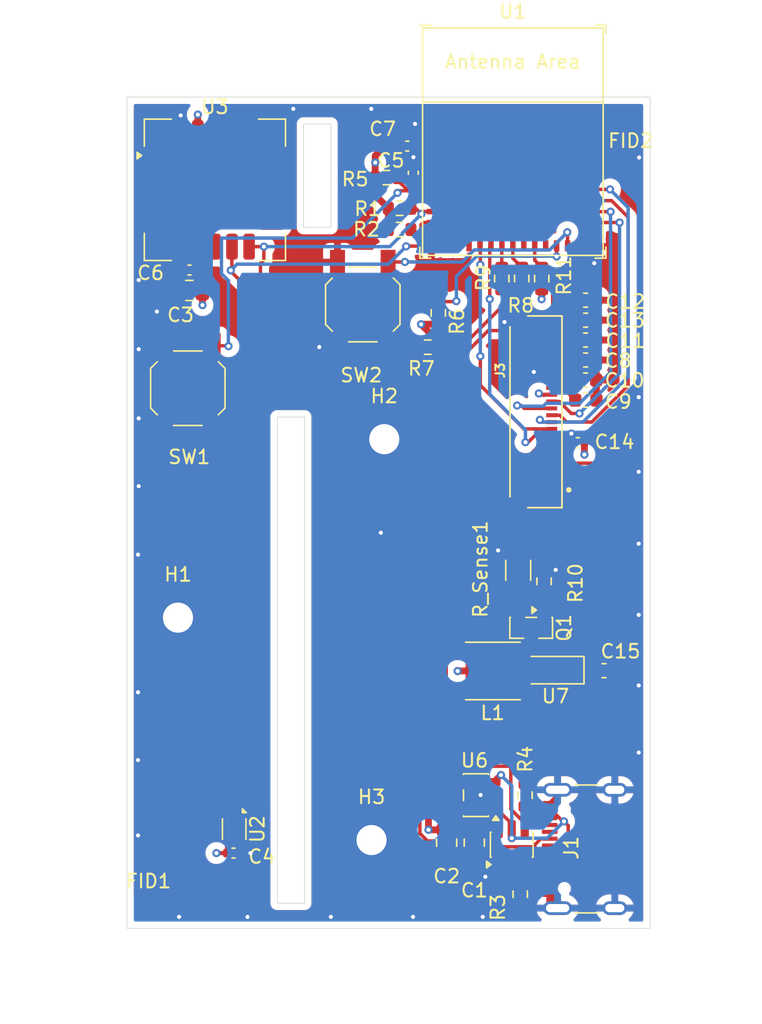
<source format=kicad_pcb>
(kicad_pcb (version 20241229) (generator "pcbnew") (generator_version "9.0")
  (layers (0 "F.Cu" signal) (4 "In1.Cu" signal) (6 "In2.Cu" signal) (2 "B.Cu" signal) (13 "F.Paste" user) (15 "B.Paste" user) (5 "F.SilkS" user "F.Silkscreen") (7 "B.SilkS" user "B.Silkscreen") (1 "F.Mask" user) (3 "B.Mask" user) (25 "Edge.Cuts" user))
  (net 0 "")
  (net 1 "GND")
  (net 2 "Net-(U4-VBUS)")
  (net 3 "+3.3V")
  (net 4 "Net-(SW1-B)")
  (net 5 "Net-(C8-Pad1)")
  (net 6 "Net-(C9-Pad2)")
  (net 7 "Net-(C10-Pad2)")
  (net 8 "Net-(C11-Pad1)")
  (net 9 "Net-(C12-Pad1)")
  (net 10 "Net-(C13-Pad2)")
  (net 11 "Net-(U7-K)")
  (net 12 "Net-(J1-CC2)")
  (net 13 "Net-(J1-D--PadA7)")
  (net 15 "Net-(J1-D+-PadA6)")
  (net 16 "Net-(J1-CC1)")
  (net 21 "Net-(Q1-G)")
  (net 22 "Net-(U1-MTDO{slash}GPIO7)")
  (net 23 "Net-(Q1-S)")
  (net 25 "Net-(U1-GPIO23)")
  (net 26 "Net-(U1-GPIO20)")
  (net 27 "Net-(U1-MTCK{slash}GPIO6{slash}ADC1_CH6)")
  (net 29 "Net-(U1-GPIO22)")
  (net 30 "Net-(U1-GPIO21)")
  (net 31 "Net-(Q1-D)")
  (net 32 "Net-(U1-MTMS{slash}GPIO4{slash}ADC1_CH4)")
  (net 33 "Net-(U1-MTDI{slash}GPIO5{slash}ADC1_CH5)")
  (net 34 "Net-(U1-GPIO8)")
  (net 35 "Net-(SW2-A)")
  (net 36 "Net-(R8-Pad2)")
  (net 37 "Net-(U1-GPIO13{slash}USB_D+)")
  (net 38 "Net-(R9-Pad2)")
  (net 39 "Net-(U1-GPIO12{slash}USB_D-)")
  (net 40 "Net-(U1-GPIO15)")
  (footprint "Resistor_SMD:R_0603_1608Metric" (layer "F.Cu") (at 207.125 35.76)
    (property "Reference" "R2")
    (property "Value" "4.7kΩ")
  )
  (footprint "MountingHole:MountingHole_2.2mm_M2_Pad" (layer "F.Cu") (at 190.92 64.1)
    (property "Reference" "H1")
    (property "Value" "MountingHole_Pad")
  )
  (footprint "FH34SRJ-24S-0.5SH_99_:HRS_FH34SRJ-24S-0.5SH_99_" (layer "F.Cu") (at 217.09 49.07 -90)
    (property "Reference" "J3")
    (property "Value" "FH34SRJ-24S-0.5SH_99_")
  )
  (footprint "Capacitor_SMD:C_0402_1005Metric" (layer "F.Cu") (at 207.68 29.67 180)
    (property "Reference" "C7")
    (property "Value" "0.1µF")
  )
  (footprint "Package_TO_SOT_SMD:SOT-23-5" (layer "F.Cu") (at 212.7025 77.0625 180)
    (property "Reference" "U6")
    (property "Value" "TLV75733PDBV")
  )
  (footprint "Capacitor_SMD:C_0603_1608Metric" (layer "F.Cu") (at 220.72 45.29)
    (property "Reference" "C11")
    (property "Value" "1µF 50V")
  )
  (footprint "Connector_USB:USB_C_Receptacle_GCT_USB4105-xx-A_16P_TopMnt_Horizontal" (layer "F.Cu") (at 221.775 80.99 90)
    (property "Reference" "J1")
    (property "Value" "USB_C_Receptacle_USB2.0_16P")
  )
  (footprint "Capacitor_SMD:C_0805_2012Metric" (layer "F.Cu") (at 191.75 40.21 180)
    (property "Reference" "C3")
    (property "Value" "22µF")
  )
  (footprint "Package_TO_SOT_SMD:SOT-23" (layer "F.Cu") (at 216.74 64.845 -90)
    (property "Reference" "Q1")
    (property "Value" "AO3400A")
  )
  (footprint "MountingHole:MountingHole_2.2mm_M2_Pad" (layer "F.Cu") (at 206 51.07)
    (property "Reference" "H2")
    (property "Value" "MountingHole_Pad")
  )
  (footprint "PCM_Espressif:ESP32-C6-MINI-1" (layer "F.Cu") (at 215.4 29.35)
    (property "Reference" "U1")
    (property "Value" "ESP32-C6-MINI-1/U")
  )
  (footprint "Capacitor_SMD:C_0402_1005Metric" (layer "F.Cu") (at 208.12 31.62 -90)
    (property "Reference" "C5")
    (property "Value" "1µF")
  )
  (footprint "Capacitor_SMD:C_0603_1608Metric" (layer "F.Cu") (at 222.065 67.9725 180)
    (property "Reference" "C15")
    (property "Value" "1µF 50V")
  )
  (footprint "Capacitor_SMD:C_0402_1005Metric" (layer "F.Cu") (at 194.98 81.29 180)
    (property "Reference" "C4")
    (property "Value" "0.1µF")
  )
  (footprint "Capacitor_SMD:C_0805_2012Metric" (layer "F.Cu") (at 212.58 80.53 -90)
    (property "Reference" "C1")
    (property "Value" "10µF")
  )
  (footprint "Capacitor_SMD:C_0402_1005Metric" (layer "F.Cu") (at 191.76 38.72 180)
    (property "Reference" "C6")
    (property "Value" "0.1µF")
  )
  (footprint "Resistor_SMD:R_1206_3216Metric" (layer "F.Cu") (at 215.79 60.6425 -90)
    (property "Reference" "R_Sense1")
    (property "Value" "0.47Ω")
  )
  (footprint "MountingHole:MountingHole_2.2mm_M2_Pad" (layer "F.Cu") (at 205.07 80.34)
    (property "Reference" "H3")
    (property "Value" "MountingHole_Pad")
  )
  (footprint "Sensor_Humidity:Sensirion_DFN-4_1.5x1.5mm_P0.8mm_SHT4x_NoCentralPad" (layer "F.Cu") (at 195.03 79.54 -90)
    (property "Reference" "U2")
    (property "Value" "SHT4x")
  )
  (footprint "Package_TO_SOT_SMD:SOT-23-6" (layer "F.Cu") (at 215.3175 80.68 90)
    (property "Reference" "U4" (hide yes))
    (property "Value" "USBLC6-2SC6")
  )
  (footprint "Resistor_SMD:R_0603_1608Metric" (layer "F.Cu") (at 215.94 84.295 90)
    (property "Reference" "R3")
    (property "Value" "5.1kΩ")
  )
  (footprint "Capacitor_SMD:C_0603_1608Metric" (layer "F.Cu") (at 220.735 48.22 180)
    (property "Reference" "C9")
    (property "Value" "1µF 50V")
  )
  (footprint "Sensor:Sensirion_SCD4x-1EP_10.1x10.1mm_P1.25mm_EP4.8x4.8mm" (layer "F.Cu") (at 193.62 32.86)
    (property "Reference" "U3")
    (property "Value" "SCD43-D-R2")
  )
  (footprint "Resistor_SMD:R_0603_1608Metric" (layer "F.Cu") (at 209.175 44.35)
    (property "Reference" "R7")
    (property "Value" "10kΩ")
  )
  (footprint "Fiducial:Fiducial_1mm_Mask2mm" (layer "F.Cu") (at 188.72 85.26)
    (property "Reference" "FID1")
    (property "Value" "Fiducial")
  )
  (footprint "Resistor_SMD:R_0603_1608Metric" (layer "F.Cu") (at 214.59 39.34 -90)
    (property "Reference" "R9")
    (property "Value" "22Ω")
  )
  (footprint "Capacitor_SMD:C_0603_1608Metric" (layer "F.Cu") (at 220.72 46.75)
    (property "Reference" "C8")
    (property "Value" "1µF 50V")
  )
  (footprint "Capacitor_SMD:C_0603_1608Metric" (layer "F.Cu") (at 220.72 43.83 180)
    (property "Reference" "C10")
    (property "Value" "1µF 50V")
  )
  (footprint "Capacitor_SMD:C_0603_1608Metric" (layer "F.Cu") (at 220.72 42.378112)
    (property "Reference" "C12")
    (property "Value" "1µF 50V")
  )
  (footprint "Resistor_SMD:R_0603_1608Metric" (layer "F.Cu") (at 217.68 61.4425 -90)
    (property "Reference" "R10")
    (property "Value" "100kΩ")
  )
  (footprint "Resistor_SMD:R_0603_1608Metric" (layer "F.Cu") (at 216.05 39.335 -90)
    (property "Reference" "R8")
    (property "Value" "22Ω")
  )
  (footprint "Button_Switch_SMD:SW_SPST_SKQG_WithoutStem" (layer "F.Cu") (at 191.64 47.35 90)
    (property "Reference" "SW1")
    (property "Value" "SW_SPST")
  )
  (footprint "Resistor_SMD:R_0603_1608Metric" (layer "F.Cu") (at 217.51 39.34 -90)
    (property "Reference" "R11")
    (property "Value" "10kΩ")
  )
  (footprint "Button_Switch_SMD:SW_SPST_SKQG_WithoutStem" (layer "F.Cu") (at 204.43 41.24 -90)
    (property "Reference" "SW2")
    (property "Value" "SW_SPST")
  )
  (footprint "Capacitor_SMD:C_0402_1005Metric" (layer "F.Cu") (at 220.15 51.32)
    (property "Reference" "C14")
    (property "Value" "0.1µF")
  )
  (footprint "Fiducial:Fiducial_1mm_Mask2mm" (layer "F.Cu") (at 224.11 27.4)
    (property "Reference" "FID2")
    (property "Value" "Fiducial")
  )
  (footprint "Resistor_SMD:R_0603_1608Metric" (layer "F.Cu") (at 206.16 31.97)
    (property "Reference" "R5")
    (property "Value" "10kΩ")
  )
  (footprint "Resistor_SMD:R_0603_1608Metric" (layer "F.Cu") (at 207.125 34.21)
    (property "Reference" "R1")
    (property "Value" "4.7kΩ")
  )
  (footprint "Resistor_SMD:R_0603_1608Metric" (layer "F.Cu") (at 209.95 41.85 -90)
    (property "Reference" "R6")
    (property "Value" "10kΩ")
  )
  (footprint "Diode_SMD:D_SOD-123F" (layer "F.Cu") (at 218.39 67.9325 180)
    (property "Reference" "U7")
    (property "Value" "SS2040FL")
  )
  (footprint "Resistor_SMD:R_0603_1608Metric" (layer "F.Cu") (at 216.29 77.065 -90)
    (property "Reference" "R4")
    (property "Value" "5.1kΩ")
  )
  (footprint "Inductor_SMD:L_Taiyo-Yuden_NR-40xx" (layer "F.Cu") (at 213.942583 67.9925)
    (property "Reference" "L1")
    (property "Value" "10µH")
  )
  (footprint "Capacitor_SMD:C_0805_2012Metric" (layer "F.Cu") (at 210.56 80.53 -90)
    (property "Reference" "C2")
    (property "Value" "10µF")
  )
  (footprint "Capacitor_SMD:C_0603_1608Metric" (layer "F.Cu") (at 220.72 40.92 180)
    (property "Reference" "C13")
    (property "Value" "1µF 50V")
  )
  (gr_rect (start 200.1 28.06) (end 202.1 35.61) (stroke (width 0.05)) (fill no) (layer "Edge.Cuts"))
  (gr_rect (start 198.18 49.45) (end 200.18 84.95) (stroke (width 0.05)) (fill no) (layer "Edge.Cuts"))
  (gr_rect (start 187.19 26.09) (end 225.43 86.79) (stroke (width 0.05)) (fill no) (layer "Edge.Cuts"))
  (segment (start 212.2 36) (end 212.2 36.95) (width 0.25) (layer "F.Cu") (net 1))
  (segment (start 213.84 77.0625) (end 213.0525 77.0625) (width 0.25) (layer "F.Cu") (net 1))
  (segment (start 209.5 36.05) (end 209.5 36.95) (width 0.25) (layer "F.Cu") (net 1))
  (segment (start 219.67 50.77) (end 219.67 51.32) (width 0.5) (layer "F.Cu") (net 1))
  (segment (start 218.67 85.31) (end 218.67 84.765) (width 0.5) (layer "F.Cu") (net 1))
  (segment (start 208.12 31.14) (end 208.12 30.49) (width 0.5) (layer "F.Cu") (net 1))
  (segment (start 209.5 27.156) (end 209.5 28.05) (width 0.25) (layer "F.Cu") (net 1))
  (segment (start 220.2 27.15) (end 221.306 27.15) (width 0.25) (layer "F.Cu") (net 1))
  (segment (start 217.68 60.6175) (end 218.3675 60.6175) (width 0.25) (layer "F.Cu") (net 1))
  (segment (start 215.4 27.15) (end 215.4 30.075) (width 0.25) (layer "F.Cu") (net 1))
  (segment (start 217.375 34.025) (end 217.375 30.075) (width 0.25) (layer "F.Cu") (net 1))
  (segment (start 212.2 35.25) (end 212.2 36) (width 0.25) (layer "F.Cu") (net 1))
  (segment (start 202.58 44.34) (end 201.25 44.34) (width 0.25) (layer "F.Cu") (net 1))
  (segment (start 220.2 27.15) (end 209.494 27.15) (width 0.25) (layer "F.Cu") (net 1))
  (segment (start 222.85 67.9825) (end 222.85 76.67) (width 0.5) (layer "F.Cu") (net 1))
  (segment (start 218.67 84.765) (end 218.095 84.19) (width 0.5) (layer "F.Cu") (net 1))
  (segment (start 216.29 76.24) (end 216.29 75.16) (width 0.25) (layer "F.Cu") (net 1))
  (segment (start 215.74 55.82) (end 215.74 53.118) (width 0.25) (layer "F.Cu") (net 1))
  (segment (start 215.74 53.118) (end 217.538 51.32) (width 0.25) (layer "F.Cu") (net 1))
  (segment (start 189.79 44.25) (end 189.41 43.87) (width 0.25) (layer "F.Cu") (net 1))
  (segment (start 195.46 80.27) (end 195.43 80.24) (width 0.25) (layer "F.Cu") (net 1))
  (segment (start 208.12 30.49) (end 208.13 30.48) (width 0.25) (layer "F.Cu") (net 1))
  (segment (start 218.67 77.215) (end 218.095 77.79) (width 0.5) (layer "F.Cu") (net 1))
  (segment (start 221.505 37.155) (end 221.35 37) (width 0.25) (layer "F.Cu") (net 1))
  (segment (start 215.3175 81.8175) (end 215.13 82.005) (width 0.25) (layer "F.Cu") (net 1))
  (segment (start 213.39 83.02) (end 213.44 83.07) (width 0.25) (layer "F.Cu") (net 1))
  (segment (start 215.78 59.19) (end 215.79 59.18) (width 0.25) (layer "F.Cu") (net 1))
  (segment (start 209.5 36.05) (end 212.15 36.05) (width 0.25) (layer "F.Cu") (net 1))
  (segment (start 212.17 83.09) (end 213.32 83.09) (width 0.5) (layer "F.Cu") (net 1))
  (segment (start 215.74 56.08) (end 215.79 56.13) (width 0.25) (layer "F.Cu") (net 1))
  (segment (start 191.12 37.01) (end 191.12 38.56) (width 0.5) (layer "F.Cu") (net 1))
  (segment (start 195.46 81.29) (end 196.22 81.29) (width 0.25) (layer "F.Cu") (net 1))
  (segment (start 216.97 46.22) (end 217.408316 46.658316) (width 0.25) (layer "F.Cu") (net 1))
  (segment (start 191.12 28.71) (end 191.12 27.43) (width 0.25) (layer "F.Cu") (net 1))
  (segment (start 217.375 32.05) (end 215.4 32.05) (width 0.25) (layer "F.Cu") (net 1))
  (segment (start 189.41 41.78) (end 189.38 41.75) (width 0.25) (layer "F.Cu") (net 1))
  (segment (start 207.2 29.67) (end 207.2 29.979999) (width 0.25) (layer "F.Cu") (net 1))
  (segment (start 210.56 81.48) (end 212.17 83.09) (width 0.5) (layer "F.Cu") (net 1))
  (segment (start 218.67 75.23) (end 218.67 76.67) (width 0.25) (layer "F.Cu") (net 1))
  (segment (start 213.32 83.09) (end 213.39 83.02) (width 0.5) (layer "F.Cu") (net 1))
  (segment (start 202.58 38.14) (end 202.58 41.08) (width 0.25) (layer "F.Cu") (net 1))
  (segment (start 222.84 67.9725) (end 222.85 67.9825) (width 0.25) (layer "F.Cu") (net 1))
  (segment (start 209.5 28.05) (end 208.25 28.05) (width 0.25) (layer "F.Cu") (net 1))
  (segment (start 214.79 42.515) (end 214.985 42.32) (width 0.25) (layer "F.Cu") (net 1))
  (segment (start 191.28 39.73) (end 190.8 40.21) (width 0.25) (layer "F.Cu") (net 1))
  (segment (start 213.44 83.07) (end 214.73 83.07) (width 0.25) (layer "F.Cu") (net 1))
  (segment (start 214.985 42.32) (end 215.74 42.32) (width 0.25) (layer "F.Cu") (net 1))
  (segment (start 221.495 40.92) (end 221.495 38.365) (width 0.25) (layer "F.Cu") (net 1))
  (segment (start 218.3675 60.6175) (end 218.37 60.62) (width 0.25) (layer "F.Cu") (net 1))
  (segment (start 221.51 48.36) (end 221.51 41.075) (width 0.25) (layer "F.Cu") (net 1))
  (segment (start 189.79 44.25) (end 189.79 50.45) (width 0.25) (layer "F.Cu") (net 1))
  (segment (start 215.3175 82.4825) (end 215.3175 81.8175) (width 0.25) (layer "F.Cu") (net 1))
  (segment (start 217.195 84.2) (end 218.085 84.2) (width 0.25) (layer "F.Cu") (net 1))
  (segment (start 209.5 36.95) (end 209.45 37) (width 0.25) (layer "F.Cu") (net 1))
  (segment (start 191.28 38.72) (end 191.28 39.73) (width 0.5) (layer "F.Cu") (net 1))
  (segment (start 209.494 27.15) (end 209.5 27.156) (width 0.25) (layer "F.Cu") (net 1))
  (segment (start 202.58 41.08) (end 202.58 44.34) (width 0.25) (layer "F.Cu") (net 1))
  (segment (start 212.58 82.21) (end 213.39 83.02) (width 0.5) (layer "F.Cu") (net 1))
  (segment (start 215.79 56.13) (end 215.79 59.18) (width 0.25) (layer "F.Cu") (net 1))
  (segment (start 207.700001 30.48) (end 208.13 30.48) (width 0.25) (layer "F.Cu") (net 1))
  (segment (start 218.67 76.67) (end 218.67 77.215) (width 0.5) (layer "F.Cu") (net 1))
  (segment (start 217.375 34.025) (end 213.425 34.025) (width 0.25) (layer "F.Cu") (net 1))
  (segment (start 214.32 59.19) (end 215.78 59.19) (width 0.5) (layer "F.Cu") (net 1))
  (segment (start 189.41 43.87) (end 189.41 41.78) (width 0.25) (layer "F.Cu") (net 1))
  (segment (start 213.425 34.025) (end 212.2 35.25) (width 0.25) (layer "F.Cu") (net 1))
  (segment (start 195.46 81.29) (end 195.46 80.27) (width 0.25) (layer "F.Cu") (net 1))
  (segment (start 189.38 41.63) (end 189.38 41.75) (width 0.25) (layer "F.Cu") (net 1))
  (segment (start 217.408316 46.658316) (end 217.483162 46.658316) (width 0.25) (layer "F.Cu") (net 1))
  (segment (start 221.306 27.15) (end 221.35 27.106) (width 0.25) (layer "F.Cu") (net 1))
  (segment (start 191.12 38.56) (end 191.28 38.72) (width 0.25) (layer "F.Cu") (net 1))
  (segment (start 217.195 84.2) (end 216.86 84.2) (width 0.25) (layer "F.Cu") (net 1))
  (segment (start 209.5 28.85) (end 209.5 28.05) (width 0.25) (layer "F.Cu") (net 1))
  (segment (start 217.644846 46.82) (end 218.24 46.82) (width 0.25) (layer "F.Cu") (net 1))
  (segment (start 221.495 38.365) (end 221.35 38.22) (width 0.25) (layer "F.Cu") (net 1))
  (segment (start 216.86 84.2) (end 215.94 85.12) (width 0.25) (layer "F.Cu") (net 1))
  (segment (start 213.0525 77.0625) (end 213.04 77.05) (width 0.25) (layer "F.Cu") (net 1))
  (segment (start 218.6 75.16) (end 218.67 75.23) (width 0.25) (layer "F.Cu") (net 1))
  (segment (start 212.58 81.48) (end 212.58 82.21) (width 0.5) (layer "F.Cu") (net 1))
  (segment (start 212.15 36.05) (end 212.2 36) (width 0.25) (layer "F.Cu") (net 1))
  (segment (start 217.538 51.32) (end 218.24 51.32) (width 0.25) (layer "F.Cu") (net 1))
  (segment (start 207.2 29.979999) (end 207.700001 30.48) (width 0.25) (layer "F.Cu") (net 1))
  (segment (start 190.8 40.21) (end 189.38 41.63) (width 0.5) (layer "F.Cu") (net 1))
  (segment (start 213.425 30.075) (end 213.425 34.025) (width 0.25) (layer "F.Cu") (net 1))
  (segment (start 216.29 75.16) (end 218.6 75.16) (width 0.25) (layer "F.Cu") (net 1))
  (segment (start 195.43 81.26) (end 195.46 81.29) (width 0.25) (layer "F.Cu") (net 1))
  (segment (start 216.97 46.2) (end 216.97 46.22) (width 0.25) (layer "F.Cu") (net 1))
  (segment (start 221.35 37) (end 221.35 38.22) (width 0.25) (layer "F.Cu") (net 1))
  (segment (start 215.74 55.82) (end 215.74 56.08) (width 0.25) (layer "F.Cu") (net 1))
  (segment (start 219.68 50.76) (end 219.67 50.77) (width 0.5) (layer "F.Cu") (net 1))
  (segment (start 221.51 41.075) (end 221.505 41.07) (width 0.25) (layer "F.Cu") (net 1))
  (segment (start 215.4 30.075) (end 213.425 30.075) (width 0.25) (layer "F.Cu") (net 1))
  (segment (start 218.085 84.2) (end 218.095 84.19) (width 0.25) (layer "F.Cu") (net 1))
  (segment (start 217.483162 46.658316) (end 217.644846 46.82) (width 0.25) (layer "F.Cu") (net 1))
  (segment (start 214.73 83.07) (end 215.3175 82.4825) (width 0.25) (layer "F.Cu") (net 1))
  (via (at 213.39 83.02) (size 0.6) (drill 0.3) (layers "F.Cu" "B.Cu") (net 1))
  (via (at 214.79 42.515) (size 0.6) (drill 0.3) (layers "F.Cu" "B.Cu") (net 1))
  (via (at 202.1 85.95) (size 0.6) (drill 0.3) (layers "F.Cu" "B.Cu") (net 1))
  (via (at 213.04 77.05) (size 0.6) (drill 0.3) (layers "F.Cu" "B.Cu") (net 1))
  (via (at 188.05 49.55) (size 0.6) (drill 0.3) (layers "F.Cu" "B.Cu") (net 1))
  (via (at 218.53 60.61) (size 0.6) (drill 0.3) (layers "F.Cu" "B.Cu") (net 1))
  (via (at 188 59.5) (size 0.6) (drill 0.3) (layers "F.Cu" "B.Cu") (net 1))
  (via (at 214.32 59.19) (size 0.6) (drill 0.3) (layers "F.Cu" "B.Cu") (net 1))
  (via (at 188 80) (size 0.6) (drill 0.3) (layers "F.Cu" "B.Cu") (net 1))
  (via (at 189.38 41.75) (size 0.6) (drill 0.3) (layers "F.Cu" "B.Cu") (net 1))
  (via (at 201.25 44.34) (size 0.6) (drill 0.3) (layers "F.Cu" "B.Cu") (net 1))
  (via (at 224.6 73.95) (size 0.6) (drill 0.3) (layers "F.Cu" "B.Cu") (net 1))
  (via (at 196.22 81.29) (size 0.6) (drill 0.3) (layers "F.Cu" "B.Cu") (net 1))
  (via (at 188 74.5) (size 0.6) (drill 0.3) (layers "F.Cu" "B.Cu") (net 1))
  (via (at 205.05 26.95) (size 0.6) (drill 0.3) (layers "F.Cu" "B.Cu") (net 1))
  (via (at 208.25 28.05) (size 0.6) (drill 0.3) (layers "F.Cu" "B.Cu") (net 1))
  (via (at 224.6 58.7) (size 0.6) (drill 0.3) (layers "F.Cu" "B.Cu") (net 1))
  (via (at 219.68 50.66) (size 0.6) (drill 0.3) (layers "F.Cu" "B.Cu") (net 1))
  (via (at 199.35 26.95) (size 0.6) (drill 0.3) (layers "F.Cu" "B.Cu") (net 1))
  (via (at 191.12 27.43) (size 0.6) (drill 0.3) (layers "F.Cu" "B.Cu") (net 1))
  (via (at 224.6 53.45) (size 0.6) (drill 0.3) (layers "F.Cu" "B.Cu") (net 1))
  (via (at 224.6 69.05) (size 0.6) (drill 0.3) (layers "F.Cu" "B.Cu") (net 1))
  (via (at 196 85.95) (size 0.6) (drill 0.3) (layers "F.Cu" "B.Cu") (net 1))
  (via (at 208.13 30.48) (size 0.6) (drill 0.3) (layers "F.Cu" "B.Cu") (net 1))
  (via (at 224.6 48) (size 0.6) (drill 0.3) (layers "F.Cu" "B.Cu") (net 1))
  (via (at 224.63 30.5) (size 0.6) (drill 0.3) (layers "F.Cu" "B.Cu") (net 1))
  (via (at 205.75 57.9) (size 0.6) (drill 0.3) (layers "F.Cu" "B.Cu") (net 1))
  (via (at 188.05 39.45) (size 0.6) (drill 0.3) (layers "F.Cu" "B.Cu") (net 1))
  (via (at 208.1 85.95) (size 0.6) (drill 0.3) (layers "F.Cu" "B.Cu") (net 1))
  (via (at 224.6 63.9) (size 0.6) (drill 0.3) (layers "F.Cu" "B.Cu") (net 1))
  (via (at 191 85.95) (size 0.6) (drill 0.3) (layers "F.Cu" "B.Cu") (net 1))
  (via (at 221.35 38.22) (size 0.6) (drill 0.3) (layers "F.Cu" "B.Cu") (net 1))
  (via (at 188.05 54.5) (size 0.6) (drill 0.3) (layers "F.Cu" "B.Cu") (net 1))
  (via (at 188.05 44.5) (size 0.6) (drill 0.3) (layers "F.Cu" "B.Cu") (net 1))
  (via (at 216.93 46.16) (size 0.6) (drill 0.3) (layers "F.Cu" "B.Cu") (net 1))
  (via (at 213.2 85.95) (size 0.6) (drill 0.3) (layers "F.Cu" "B.Cu") (net 1))
  (via (at 188 69.55) (size 0.6) (drill 0.3) (layers "F.Cu" "B.Cu") (net 1))
  (segment (start 213.84 78.32) (end 212.58 79.58) (width 0.25) (layer "F.Cu") (net 2))
  (segment (start 215.32 80.204) (end 215.32 79.545) (width 0.25) (layer "F.Cu") (net 2))
  (segment (start 218.095 83.39) (end 218.669999 83.39) (width 0.25) (layer "F.Cu") (net 2))
  (segment (start 213.84 76.1125) (end 214.229822 76.1125) (width 0.25) (layer "F.Cu") (net 2))
  (segment (start 215.32 79.155178) (end 214.177322 78.0125) (width 0.25) (layer "F.Cu") (net 2))
  (segment (start 219.447 79.282529) (end 219.138919 78.974448) (width 0.25) (layer "F.Cu") (net 2))
  (segment (start 214.53 75.59) (end 214.3625 75.59) (width 0.25) (layer "F.Cu") (net 2))
  (segment (start 215.32 80.204) (end 215.32 79.155178) (width 0.25) (layer "F.Cu") (net 2))
  (segment (start 218.095 78.59) (end 218.668636 78.59) (width 0.25) (layer "F.Cu") (net 2))
  (segment (start 218.669999 83.39) (end 219.447 82.612999) (width 0.25) (layer "F.Cu") (net 2))
  (segment (start 214.3625 75.59) (end 213.84 76.1125) (width 0.25) (layer "F.Cu") (net 2))
  (segment (start 214.177322 78.0125) (end 213.84 78.0125) (width 0.25) (layer "F.Cu") (net 2))
  (segment (start 219.447 82.612999) (end 219.447 79.282529) (width 0.25) (layer "F.Cu") (net 2))
  (segment (start 215.32 79.545) (end 215.3175 79.5425) (width 0.25) (layer "F.Cu") (net 2))
  (segment (start 213.84 78.0125) (end 213.84 78.32) (width 0.25) (layer "F.Cu") (net 2))
  (segment (start 219.053084 78.974448) (end 219.138919 78.974448) (width 0.25) (layer "F.Cu") (net 2))
  (segment (start 218.668636 78.59) (end 219.053084 78.974448) (width 0.25) (layer "F.Cu") (net 2))
  (via (at 215.32 80.204) (size 0.6) (drill 0.3) (layers "F.Cu" "B.Cu") (net 2))
  (via (at 214.53 75.59) (size 0.6) (drill 0.3) (layers "F.Cu" "B.Cu") (net 2))
  (via (at 219.138919 78.974448) (size 0.6) (drill 0.3) (layers "F.Cu" "B.Cu") (net 2))
  (segment (start 215.32 80.204) (end 215.32 76.38) (width 0.25) (layer "B.Cu") (net 2))
  (segment (start 215.32 76.38) (end 214.53 75.59) (width 0.25) (layer "B.Cu") (net 2))
  (segment (start 214.53 75.59) (end 214.44 75.59) (width 0.25) (layer "B.Cu") (net 2))
  (segment (start 219.138919 78.974448) (end 217.909367 80.204) (width 0.25) (layer "B.Cu") (net 2))
  (segment (start 217.909367 80.204) (end 215.32 80.204) (width 0.25) (layer "B.Cu") (net 2))
  (segment (start 192.24 37.14) (end 192.37 37.01) (width 0.5) (layer "F.Cu") (net 3))
  (segment (start 209.2675 78.0125) (end 211.565 78.0125) (width 0.5) (layer "F.Cu") (net 3))
  (segment (start 208.695 42.675) (end 208.69 42.68) (width 0.5) (layer "F.Cu") (net 3))
  (segment (start 205.34 30.380318) (end 205.34 30.87) (width 0.5) (layer "F.Cu") (net 3))
  (segment (start 206.3 34.21) (end 206.3 35.76) (width 0.5) (layer "F.Cu") (net 3))
  (segment (start 217.51 40.165) (end 217.51 40.84) (width 0.5) (layer "F.Cu") (net 3))
  (segment (start 192.7 39.18) (end 192.24 38.72) (width 0.5) (layer "F.Cu") (net 3))
  (segment (start 209.95 43.94) (end 209.95 44.3) (width 0.5) (layer "F.Cu") (net 3))
  (segment (start 217.51 40.84) (end 217.5 40.85) (width 0.5) (layer "F.Cu") (net 3))
  (segment (start 209.95 44.3) (end 210 44.35) (width 0.5) (layer "F.Cu") (net 3))
  (segment (start 192.7 40.21) (end 192.7 39.18) (width 0.5) (layer "F.Cu") (net 3))
  (segment (start 220.63 51.32) (end 220.63 52.195) (width 0.5) (layer "F.Cu") (net 3))
  (segment (start 209.23 78.05) (end 209.2675 78.0125) (width 0.5) (layer "F.Cu") (net 3))
  (segment (start 192.24 38.72) (end 192.24 37.14) (width 0.5) (layer "F.Cu") (net 3))
  (segment (start 209.23 79.59) (end 209.23 78.05) (width 0.5) (layer "F.Cu") (net 3))
  (segment (start 211.3675 67.9925) (end 211.36 68) (width 0.5) (layer "F.Cu") (net 3))
  (segment (start 194.5 81.29) (end 194.5 80.37) (width 0.3) (layer "F.Cu") (net 3))
  (segment (start 208.16 29.480318) (end 207.588682 28.909) (width 0.5) (layer "F.Cu") (net 3))
  (segment (start 192.71 41.28) (end 192.71 40.22) (width 0.5) (layer "F.Cu") (net 3))
  (segment (start 208.16 29.67) (end 208.16 29.480318) (width 0.5) (layer "F.Cu") (net 3))
  (segment (start 192.37 28.71) (end 192.37 27.37) (width 0.5) (layer "F.Cu") (net 3))
  (segment (start 206.811318 28.909) (end 205.34 30.380318) (width 0.5) (layer "F.Cu") (net 3))
  (segment (start 194.5 80.37) (end 194.63 80.24) (width 0.3) (layer "F.Cu") (net 3))
  (segment (start 209.5 29.65) (end 208.18 29.65) (width 0.5) (layer "F.Cu") (net 3))
  (segment (start 207.588682 28.909) (end 206.811318 28.909) (width 0.5) (layer "F.Cu") (net 3))
  (segment (start 205.335 33.245) (end 206.3 34.21) (width 0.5) (layer "F.Cu") (net 3))
  (segment (start 217.3 47.73) (end 217.4 47.83) (width 0.3) (layer "F.Cu") (net 3))
  (segment (start 218.24 47.32) (end 218.24 47.82) (width 0.3) (layer "F.Cu") (net 3))
  (segment (start 205.335 31.97) (end 205.335 33.245) (width 0.5) (layer "F.Cu") (net 3))
  (segment (start 205.335 31.97) (end 205.335 30.875) (width 0.5) (layer "F.Cu") (net 3))
  (segment (start 210.55 79.59) (end 210.56 79.58) (width 0.5) (layer "F.Cu") (net 3))
  (segment (start 193.73 81.29) (end 193.73 81.253546) (width 0.3) (layer "F.Cu") (net 3))
  (segment (start 217.719 47.819) (end 218.24 47.819) (width 0.3) (layer "F.Cu") (net 3))
  (segment (start 217.4 47.83) (end 217.708 47.83) (width 0.3) (layer "F.Cu") (net 3))
  (segment (start 212.542583 67.9925) (end 211.3675 67.9925) (width 0.5) (layer "F.Cu") (net 3))
  (segment (start 193.73 81.29) (end 194.5 81.29) (width 0.3) (layer "F.Cu") (net 3))
  (segment (start 209.23 79.59) (end 210.55 79.59) (width 0.5) (layer "F.Cu") (net 3))
  (segment (start 208.18 29.65) (end 208.16 29.67) (width 0.5) (layer "F.Cu") (net 3))
  (segment (start 217.708 47.83) (end 217.719 47.819) (width 0.3) (layer "F.Cu") (net 3))
  (segment (start 192.71 40.22) (end 192.7 40.21) (width 0.5) (layer "F.Cu") (net 3))
  (segment (start 209.95 42.675) (end 208.695 42.675) (width 0.5) (layer "F.Cu") (net 3))
  (segment (start 208.69 42.68) (end 209.95 43.94) (width 0.5) (layer "F.Cu") (net 3))
  (segment (start 205.335 30.875) (end 205.34 30.87) (width 0.5) (layer "F.Cu") (net 3))
  (via (at 193.73 81.29) (size 0.6) (drill 0.3) (layers "F.Cu" "B.Cu") (net 3))
  (via (at 220.63 52.195) (size 0.6) (drill 0.3) (layers "F.Cu" "B.Cu") (net 3))
  (via (at 205.34 30.87) (size 0.6) (drill 0.3) (layers "F.Cu" "B.Cu") (net 3))
  (via (at 192.71 41.28) (size 0.6) (drill 0.3) (layers "F.Cu" "B.Cu") (net 3))
  (via (at 217.3 47.73) (size 0.6) (drill 0.3) (layers "F.Cu" "B.Cu") (net 3))
  (via (at 217.5 40.85) (size 0.6) (drill 0.3) (layers "F.Cu" "B.Cu") (net 3))
  (via (at 211.36 68) (size 0.6) (drill 0.3) (layers "F.Cu" "B.Cu") (net 3))
  (via (at 209.23 79.59) (size 0.6) (drill 0.3) (layers "F.Cu" "B.Cu") (net 3))
  (via (at 192.37 27.37) (size 0.6) (drill 0.3) (layers "F.Cu" "B.Cu") (net 3))
  (via (at 208.69 42.68) (size 0.6) (drill 0.3) (layers "F.Cu" "B.Cu") (net 3))
  (segment (start 209.5 33.65) (end 208.85 33.65) (width 0.25) (layer "F.Cu") (net 4))
  (segment (start 206.97 33.08) (end 207.12 32.93) (width 0.25) (layer "F.Cu") (net 4))
  (segment (start 193.49 44.25) (end 193.49 50.45) (width 0.25) (layer "F.Cu") (net 4))
  (segment (start 208.12 32.92) (end 208.12 32.1) (width 0.25) (layer "F.Cu") (net 4))
  (segment (start 207.12 32.93) (end 207.74 32.93) (width 0.25) (layer "F.Cu") (net 4))
  (segment (start 207.74 32.93) (end 208.11 32.93) (width 0.25) (layer "F.Cu") (net 4))
  (segment (start 206.985 32.175) (end 207.74 32.93) (width 0.25) (layer "F.Cu") (net 4))
  (segment (start 208.11 32.93) (end 208.12 32.92) (width 0.25) (layer "F.Cu") (net 4))
  (segment (start 206.985 31.97) (end 206.985 32.175) (width 0.25) (layer "F.Cu") (net 4))
  (segment (start 194.45 44.25) (end 193.49 44.25) (width 0.25) (layer "F.Cu") (net 4))
  (segment (start 194.48 44.28) (end 194.45 44.25) (width 0.25) (layer "F.Cu") (net 4))
  (segment (start 208.85 33.65) (end 208.12 32.92) (width 0.25) (layer "F.Cu") (net 4))
  (segment (start 194.61 44.28) (end 194.48 44.28) (width 0.25) (layer "F.Cu") (net 4))
  (via (at 206.97 33.08) (size 0.6) (drill 0.3) (layers "F.Cu" "B.Cu") (net 4))
  (via (at 194.61 44.28) (size 0.6) (drill 0.3) (layers "F.Cu" "B.Cu") (net 4))
  (segment (start 194.606 39.486) (end 194.1 38.98) (width 0.25) (layer "B.Cu") (net 4))
  (segment (start 194.6 43.18) (end 194.606 43.174) (width 0.25) (layer "B.Cu") (net 4))
  (segment (start 194.1 38.98) (end 194.1 36.44) (width 0.25) (layer "B.Cu") (net 4))
  (segment (start 194.61 44.28) (end 194.6 44.27) (width 0.25) (layer "B.Cu") (net 4))
  (segment (start 194.6 44.27) (end 194.6 43.18) (width 0.25) (layer "B.Cu") (net 4))
  (segment (start 194.1 36.44) (end 194.156 36.384) (width 0.25) (layer "B.Cu") (net 4))
  (segment (start 194.606 43.174) (end 194.606 39.486) (width 0.25) (layer "B.Cu") (net 4))
  (segment (start 203.666 36.384) (end 206.97 33.08) (width 0.25) (layer "B.Cu") (net 4))
  (segment (start 194.156 36.384) (end 203.666 36.384) (width 0.25) (layer "B.Cu") (net 4))
  (segment (start 218.24 45.32) (end 218.942 45.32) (width 0.25) (layer "F.Cu") (net 5))
  (segment (start 219.12881 45.50681) (end 219.12881 45.869) (width 0.25) (layer "F.Cu") (net 5))
  (segment (start 219.12881 45.869) (end 219.945 46.68519) (width 0.25) (layer "F.Cu") (net 5))
  (segment (start 219.945 46.68519) (end 219.945 46.75) (width 0.25) (layer "F.Cu") (net 5))
  (segment (start 218.942 45.32) (end 219.12881 45.50681) (width 0.25) (layer "F.Cu") (net 5))
  (segment (start 219.485534 47.745534) (end 219.96 48.22) (width 0.25) (layer "F.Cu") (net 6))
  (segment (start 219.169 47.234466) (end 219.485534 47.551) (width 0.25) (layer "F.Cu") (net 6))
  (segment (start 218.24 46.32) (end 218.942 46.32) (width 0.25) (layer "F.Cu") (net 6))
  (segment (start 218.942 46.32) (end 219.169 46.547) (width 0.25) (layer "F.Cu") (net 6))
  (segment (start 219.485534 47.551) (end 219.485534 47.745534) (width 0.25) (layer "F.Cu") (net 6))
  (segment (start 219.169 46.547) (end 219.169 47.234466) (width 0.25) (layer "F.Cu") (net 6))
  (segment (start 218.24 44.32) (end 219.455 44.32) (width 0.25) (layer "F.Cu") (net 7))
  (segment (start 219.455 44.32) (end 219.945 43.83) (width 0.25) (layer "F.Cu") (net 7))
  (segment (start 219.475 44.82) (end 219.945 45.29) (width 0.25) (layer "F.Cu") (net 8))
  (segment (start 218.24 44.82) (end 219.475 44.82) (width 0.25) (layer "F.Cu") (net 8))
  (segment (start 218.966 43.796) (end 218.966 43.357112) (width 0.25) (layer "F.Cu") (net 9))
  (segment (start 218.942 43.82) (end 218.966 43.796) (width 0.25) (layer "F.Cu") (net 9))
  (segment (start 218.24 43.82) (end 218.942 43.82) (width 0.25) (layer "F.Cu") (net 9))
  (segment (start 218.966 43.357112) (end 219.945 42.378112) (width 0.25) (layer "F.Cu") (net 9))
  (segment (start 218.24 43.32) (end 218.27 43.32) (width 0.25) (layer "F.Cu") (net 10))
  (segment (start 219.945 41.577112) (end 219.945 40.92) (width 0.25) (layer "F.Cu") (net 10))
  (segment (start 219.169 41.893646) (end 219.485534 41.577112) (width 0.25) (layer "F.Cu") (net 10))
  (segment (start 219.485534 41.577112) (end 219.945 41.577112) (width 0.25) (layer "F.Cu") (net 10))
  (segment (start 218.27 43.32) (end 219.169 42.421) (width 0.25) (layer "F.Cu") (net 10))
  (segment (start 219.169 42.421) (end 219.169 41.893646) (width 0.25) (layer "F.Cu") (net 10))
  (segment (start 221.29 70.59) (end 220.69 71.19) (width 0.25) (layer "F.Cu") (net 11))
  (segment (start 221.23 52.82) (end 221.29 52.88) (width 0.25) (layer "F.Cu") (net 11))
  (segment (start 221.29 52.88) (end 221.29 67.9725) (width 0.25) (layer "F.Cu") (net 11))
  (segment (start 221.25 67.9325) (end 221.29 67.9725) (width 0.8) (layer "F.Cu") (net 11))
  (segment (start 219.79 67.9325) (end 221.25 67.9325) (width 0.8) (layer "F.Cu") (net 11))
  (segment (start 221.29 67.9725) (end 221.29 70.59) (width 0.25) (layer "F.Cu") (net 11))
  (segment (start 218.24 52.82) (end 221.23 52.82) (width 0.25) (layer "F.Cu") (net 11))
  (segment (start 218.095 79.24) (end 217.492678 79.24) (width 0.25) (layer "F.Cu") (net 12))
  (segment (start 216.29 78.037322) (end 216.29 77.89) (width 0.25) (layer "F.Cu") (net 12))
  (segment (start 217.492678 79.24) (end 216.29 78.037322) (width 0.25) (layer "F.Cu") (net 12))
  (segment (start 218.996 80.996822) (end 218.996 81.483178) (width 0.25) (layer "F.Cu") (net 13))
  (segment (start 218.095 80.74) (end 218.739178 80.74) (width 0.25) (layer "F.Cu") (net 13))
  (segment (start 216.2675 81.8175) (end 216.345 81.74) (width 0.25) (layer "F.Cu") (net 13))
  (segment (start 218.996 81.483178) (end 218.739178 81.74) (width 0.25) (layer "F.Cu") (net 13))
  (segment (start 216.345 81.74) (end 218.095 81.74) (width 0.25) (layer "F.Cu") (net 13))
  (segment (start 218.739178 80.74) (end 218.996 80.996822) (width 0.25) (layer "F.Cu") (net 13))
  (segment (start 218.739178 81.74) (end 218.095 81.74) (width 0.25) (layer "F.Cu") (net 13))
  (segment (start 214.3675 81.155001) (end 214.693501 80.829) (width 0.25) (layer "F.Cu") (net 15))
  (segment (start 216.991822 80.699) (end 216.991822 80.829) (width 0.25) (layer "F.Cu") (net 15))
  (segment (start 216.991822 80.829) (end 217.402822 81.24) (width 0.25) (layer "F.Cu") (net 15))
  (segment (start 214.693501 80.829) (end 216.991822 80.829) (width 0.25) (layer "F.Cu") (net 15))
  (segment (start 214.3675 81.8175) (end 214.3675 81.155001) (width 0.25) (layer "F.Cu") (net 15))
  (segment (start 218.095 80.24) (end 217.450822 80.24) (width 0.25) (layer "F.Cu") (net 15))
  (segment (start 217.402822 81.24) (end 218.095 81.24) (width 0.25) (layer "F.Cu") (net 15))
  (segment (start 217.450822 80.24) (end 216.991822 80.699) (width 0.25) (layer "F.Cu") (net 15))
  (segment (start 217.37 82.24) (end 216.14 83.47) (width 0.25) (layer "F.Cu") (net 16))
  (segment (start 218.095 82.24) (end 217.37 82.24) (width 0.25) (layer "F.Cu") (net 16))
  (segment (start 216.14 83.47) (end 215.94 83.47) (width 0.25) (layer "F.Cu") (net 16))
  (segment (start 218.942 54.32) (end 219.156 54.534) (width 0.25) (layer "F.Cu") (net 21))
  (segment (start 217.69 63.9075) (end 217.69 62.2775) (width 0.25) (layer "F.Cu") (net 21))
  (segment (start 219.156 54.534) (end 219.156 61.2665) (width 0.25) (layer "F.Cu") (net 21))
  (segment (start 218.24 54.32) (end 218.942 54.32) (width 0.25) (layer "F.Cu") (net 21))
  (segment (start 219.156 61.2665) (end 218.155 62.2675) (width 0.25) (layer "F.Cu") (net 21))
  (segment (start 218.155 62.2675) (end 217.68 62.2675) (width 0.25) (layer "F.Cu") (net 21))
  (segment (start 217.69 62.2775) (end 217.68 62.2675) (width 0.25) (layer "F.Cu") (net 21))
  (segment (start 213.71 40.84) (end 213.71 37.04) (width 0.25) (layer "F.Cu") (net 22))
  (segment (start 216.525 51.29) (end 216.995 50.82) (width 0.25) (layer "F.Cu") (net 22))
  (segment (start 216.995 50.82) (end 218.24 50.82) (width 0.25) (layer "F.Cu") (net 22))
  (segment (start 216.32 51.29) (end 216.525 51.29) (width 0.25) (layer "F.Cu") (net 22))
  (segment (start 213.71 37.04) (end 213.8 36.95) (width 0.25) (layer "F.Cu") (net 22))
  (via (at 213.71 40.84) (size 0.6) (drill 0.3) (layers "F.Cu" "B.Cu") (net 22))
  (via (at 216.32 51.29) (size 0.6) (drill 0.3) (layers "F.Cu" "B.Cu") (net 22))
  (segment (start 213.71 47.785) (end 216.32 50.395) (width 0.25) (layer "B.Cu") (net 22))
  (segment (start 216.32 50.395) (end 216.32 51.29) (width 0.25) (layer "B.Cu") (net 22))
  (segment (start 213.71 40.84) (end 213.71 47.785) (width 0.25) (layer "B.Cu") (net 22))
  (segment (start 215.79 63.9075) (end 215.79 62.105) (width 0.8) (layer "F.Cu") (net 23))
  (segment (start 217.51 59.563082) (end 215.79 61.283082) (width 0.25) (layer "F.Cu") (net 23))
  (segment (start 217.51 53.848) (end 217.51 59.563082) (width 0.25) (layer "F.Cu") (net 23))
  (segment (start 215.79 61.283082) (end 215.79 62.105) (width 0.25) (layer "F.Cu") (net 23))
  (segment (start 217.538 53.82) (end 217.51 53.848) (width 0.25) (layer "F.Cu") (net 23))
  (segment (start 218.24 53.82) (end 217.538 53.82) (width 0.25) (layer "F.Cu") (net 23))
  (segment (start 217.374923 49.653587) (end 217.374923 49.711996) (width 0.25) (layer "F.Cu") (net 25))
  (segment (start 217.374923 49.711996) (end 217.482927 49.82) (width 0.25) (layer "F.Cu") (net 25))
  (segment (start 221.32 32.83) (end 221.3 32.85) (width 0.25) (layer "F.Cu") (net 25))
  (segment (start 222.5 32.83) (end 221.32 32.83) (width 0.25) (layer "F.Cu") (net 25))
  (segment (start 217.482927 49.82) (end 218.24 49.82) (width 0.25) (layer "F.Cu") (net 25))
  (via (at 222.5 32.83) (size 0.6) (drill 0.3) (layers "F.Cu" "B.Cu") (net 25))
  (via (at 217.374923 49.653587) (size 0.6) (drill 0.3) (layers "F.Cu" "B.Cu") (net 25))
  (segment (start 223.826 34.156) (end 222.5 32.83) (width 0.25) (layer "B.Cu") (net 25))
  (segment (start 217.541408 49.820072) (end 220.524786 49.820072) (width 0.25) (layer "B.Cu") (net 25))
  (segment (start 217.374923 49.653587) (end 217.541408 49.820072) (width 0.25) (layer "B.Cu") (net 25))
  (segment (start 223.826 46.518858) (end 223.826 34.156) (width 0.25) (layer "B.Cu") (net 25))
  (segment (start 220.524786 49.820072) (end 223.826 46.518858) (width 0.25) (layer "B.Cu") (net 25))
  (segment (start 218.24 48.32) (end 218.799534 48.32) (width 0.25) (layer "F.Cu") (net 26))
  (segment (start 218.799534 48.32) (end 219.670781 49.191247) (width 0.25) (layer "F.Cu") (net 26))
  (segment (start 223.2 35.25) (end 221.3 35.25) (width 0.25) (layer "F.Cu") (net 26))
  (segment (start 219.670781 49.191247) (end 220.268313 49.191247) (width 0.25) (layer "F.Cu") (net 26))
  (via (at 223.2 35.25) (size 0.6) (drill 0.3) (layers "F.Cu" "B.Cu") (net 26))
  (via (at 220.268313 49.191247) (size 0.6) (drill 0.3) (layers "F.Cu" "B.Cu") (net 26))
  (segment (start 220.268313 49.191247) (end 223.2 46.25956) (width 0.25) (layer "B.Cu") (net 26))
  (segment (start 223.2 46.25956) (end 223.2 35.25) (width 0.25) (layer "B.Cu") (net 26))
  (segment (start 216.21 50.32) (end 213.02 47.13) (width 0.25) (layer "F.Cu") (net 27))
  (segment (start 218.24 50.32) (end 216.21 50.32) (width 0.25) (layer "F.Cu") (net 27))
  (segment (start 213.02 47.13) (end 213.02 45.01) (width 0.25) (layer "F.Cu") (net 27))
  (segment (start 213.02 36.97) (end 213 36.95) (width 0.25) (layer "F.Cu") (net 27))
  (segment (start 213.02 38.33) (end 213.02 36.97) (width 0.25) (layer "F.Cu") (net 27))
  (via (at 213.02 38.33) (size 0.6) (drill 0.3) (layers "F.Cu" "B.Cu") (net 27))
  (via (at 213.02 45.01) (size 0.6) (drill 0.3) (layers "F.Cu" "B.Cu") (net 27))
  (segment (start 213.02 45.01) (end 213.02 38.33) (width 0.25) (layer "B.Cu") (net 27))
  (segment (start 222.615298 33.65) (end 221.3 33.65) (width 0.25) (layer "F.Cu") (net 29))
  (segment (start 219.327247 49.817247) (end 221.173219 49.817247) (width 0.25) (layer "F.Cu") (net 29))
  (segment (start 223.826 34.860702) (end 222.615298 33.65) (width 0.25) (layer "F.Cu") (net 29))
  (segment (start 218.24 49.32) (end 218.83 49.32) (width 0.25) (layer "F.Cu") (net 29))
  (segment (start 223.826 47.164466) (end 223.826 34.860702) (width 0.25) (layer "F.Cu") (net 29))
  (segment (start 218.83 49.32) (end 219.327247 49.817247) (width 0.25) (layer "F.Cu") (net 29))
  (segment (start 221.173219 49.817247) (end 223.826 47.164466) (width 0.25) (layer "F.Cu") (net 29))
  (segment (start 222.54 34.46) (end 221.31 34.46) (width 0.25) (layer "F.Cu") (net 30))
  (segment (start 216.23 48.82) (end 218.24 48.82) (width 0.25) (layer "F.Cu") (net 30))
  (segment (start 221.31 34.46) (end 221.3 34.45) (width 0.25) (layer "F.Cu") (net 30))
  (segment (start 216.02 48.61) (end 216.23 48.82) (width 0.25) (layer "F.Cu") (net 30))
  (segment (start 215.68 48.61) (end 216.02 48.61) (width 0.25) (layer "F.Cu") (net 30))
  (via (at 222.54 34.46) (size 0.6) (drill 0.3) (layers "F.Cu" "B.Cu") (net 30))
  (via (at 215.71 48.61) (size 0.6) (drill 0.3) (layers "F.Cu" "B.Cu") (net 30))
  (segment (start 215.96 48.61) (end 216.01 48.66) (width 0.25) (layer "B.Cu") (net 30))
  (segment (start 216.01 48.66) (end 217.62 48.66) (width 0.25) (layer "B.Cu") (net 30))
  (segment (start 217.62 48.66) (end 217.83 48.45) (width 0.25) (layer "B.Cu") (net 30))
  (segment (start 220.28 48.45) (end 222.54 46.19) (width 0.25) (layer "B.Cu") (net 30))
  (segment (start 217.83 48.45) (end 220.28 48.45) (width 0.25) (layer "B.Cu") (net 30))
  (segment (start 222.54 46.19) (end 222.54 34.46) (width 0.25) (layer "B.Cu") (net 30))
  (segment (start 215.68 48.61) (end 215.96 48.61) (width 0.25) (layer "B.Cu") (net 30))
  (segment (start 216.74 67.6825) (end 216.99 67.9325) (width 0.8) (layer "F.Cu") (net 31))
  (segment (start 215.342583 67.9925) (end 215.342583 67.179917) (width 0.8) (layer "F.Cu") (net 31))
  (segment (start 215.342583 67.179917) (end 216.74 65.7825) (width 0.8) (layer "F.Cu") (net 31))
  (segment (start 216.74 65.7825) (end 216.74 67.6825) (width 0.8) (layer "F.Cu") (net 31))
  (segment (start 195.43 78.84) (end 196.95 77.32) (width 0.25) (layer "F.Cu") (net 32))
  (segment (start 196.95 38.23) (end 197.2 37.98) (width 0.25) (layer "F.Cu") (net 32))
  (segment (start 196.95 77.32) (end 196.95 38.23) (width 0.25) (layer "F.Cu") (net 32))
  (segment (start 207.95 34.21) (end 208.298636 34.21) (width 0.25) (layer "F.Cu") (net 32))
  (segment (start 197.2 37.01) (end 196.12 37.01) (width 0.25) (layer "F.Cu") (net 32))
  (segment (start 197.2 37.98) (end 197.2 37.01) (width 0.25) (layer "F.Cu") (net 32))
  (segment (start 209.5 34.45) (end 208.888636 34.45) (width 0.25) (layer "F.Cu") (net 32))
  (segment (start 208.888636 34.45) (end 208.713636 34.625) (width 0.25) (layer "F.Cu") (net 32))
  (segment (start 208.298636 34.21) (end 208.713636 34.625) (width 0.25) (layer "F.Cu") (net 32))
  (segment (start 208.19 34.45) (end 207.95 34.21) (width 0.25) (layer "F.Cu") (net 32))
  (via (at 197.2 37.01) (size 0.6) (drill 0.3) (layers "F.Cu" "B.Cu") (net 32))
  (via (at 208.713636 34.625) (size 0.6) (drill 0.3) (layers "F.Cu" "B.Cu") (net 32))
  (segment (start 208.713636 34.625) (end 207.33 36.008636) (width 0.25) (layer "B.Cu") (net 32))
  (segment (start 206.41 37.01) (end 197.2 37.01) (width 0.25) (layer "B.Cu") (net 32))
  (segment (start 207.33 36.008636) (end 207.33 36.09) (width 0.25) (layer "B.Cu") (net 32))
  (segment (start 207.33 36.09) (end 206.41 37.01) (width 0.25) (layer "B.Cu") (net 32))
  (segment (start 208.69 36.97) (end 207.62 36.97) (width 0.25) (layer "F.Cu") (net 33))
  (segment (start 196.15 76.83) (end 194.954 78.026) (width 0.25) (layer "F.Cu") (net 33))
  (segment (start 194.86 38.66) (end 194.86 37.02) (width 0.25) (layer "F.Cu") (net 33))
  (segment (start 194.86 37.02) (end 194.87 37.01) (width 0.25) (layer "F.Cu") (net 33))
  (segment (start 208.69 36.18) (end 208.69 36.97) (width 0.25) (layer "F.Cu") (net 33))
  (segment (start 208.197863 35.512137) (end 207.95 35.76) (width 0.25) (layer "F.Cu") (net 33))
  (segment (start 207.62 36.97) (end 207.6 36.99) (width 0.25) (layer "F.Cu") (net 33))
  (segment (start 208.69 35.41) (end 208.69 36.18) (width 0.25) (layer "F.Cu") (net 33))
  (segment (start 194.78 38.81) (end 196.15 40.18) (width 0.25) (layer "F.Cu") (net 33))
  (segment (start 194.954 78.026) (end 194.954 78.516) (width 0.25) (layer "F.Cu") (net 33))
  (segment (start 194.78 38.74) (end 194.78 38.81) (width 0.25) (layer "F.Cu") (net 33))
  (segment (start 209.5 35.25) (end 208.85 35.25) (width 0.25) (layer "F.Cu") (net 33))
  (segment (start 208.37 36.18) (end 208.69 36.18) (width 0.25) (layer "F.Cu") (net 33))
  (segment (start 208.85 35.25) (end 208.69 35.41) (width 0.25) (layer "F.Cu") (net 33))
  (segment (start 207.95 35.76) (end 208.37 36.18) (width 0.25) (layer "F.Cu") (net 33))
  (segment (start 194.78 38.74) (end 194.86 38.66) (width 0.25) (layer "F.Cu") (net 33))
  (segment (start 207.6 36.99) (end 207.6 36.95) (width 0.25) (layer "F.Cu") (net 33))
  (segment (start 194.606 78.816) (end 194.63 78.84) (width 0.25) (layer "F.Cu") (net 33))
  (segment (start 194.954 78.516) (end 194.63 78.84) (width 0.25) (layer "F.Cu") (net 33))
  (segment (start 196.15 40.18) (end 196.15 76.83) (width 0.25) (layer "F.Cu") (net 33))
  (segment (start 194.606 78.737808) (end 194.606 78.816) (width 0.25) (layer "F.Cu") (net 33))
  (via (at 194.78 38.74) (size 0.6) (drill 0.3) (layers "F.Cu" "B.Cu") (net 33))
  (via (at 207.6 36.99) (size 0.6) (drill 0.3) (layers "F.Cu" "B.Cu") (net 33))
  (segment (start 207.6 36.99) (end 206.3 38.29) (width 0.25) (layer "B.Cu") (net 33))
  (segment (start 206.3 38.29) (end 195.23 38.29) (width 0.25) (layer "B.Cu") (net 33))
  (segment (start 195.23 38.29) (end 194.78 38.74) (width 0.25) (layer "B.Cu") (net 33))
  (segment (start 218.6 37.73) (end 218.6 36.95) (width 0.25) (layer "F.Cu") (net 34))
  (segment (start 211.235 41.025) (end 211.27 40.99) (width 0.25) (layer "F.Cu") (net 34))
  (segment (start 209.95 41.025) (end 211.235 41.025) (width 0.25) (layer "F.Cu") (net 34))
  (via (at 211.27 40.99) (size 0.6) (drill 0.3) (layers "F.Cu" "B.Cu") (net 34))
  (via (at 218.6 37.73) (size 0.6) (drill 0.3) (layers "F.Cu" "B.Cu") (net 34))
  (segment (start 211.27 39.194702) (end 212.760702 37.704) (width 0.25) (layer "B.Cu") (net 34))
  (segment (start 211.27 40.99) (end 211.27 39.194702) (width 0.25) (layer "B.Cu") (net 34))
  (segment (start 212.760702 37.704) (end 218.574 37.704) (width 0.25) (layer "B.Cu") (net 34))
  (segment (start 218.574 37.704) (end 218.6 37.73) (width 0.25) (layer "B.Cu") (net 34))
  (segment (start 206.28 44.34) (end 208.34 44.34) (width 0.25) (layer "F.Cu") (net 35))
  (segment (start 219.4 36.95) (end 219.4 35.98) (width 0.25) (layer "F.Cu") (net 35))
  (segment (start 219.4 35.98) (end 219.38 35.96) (width 0.25) (layer "F.Cu") (net 35))
  (segment (start 208.34 44.34) (end 208.35 44.35) (width 0.25) (layer "F.Cu") (net 35))
  (segment (start 206.28 38.14) (end 206.28 44.34) (width 0.25) (layer "F.Cu") (net 35))
  (segment (start 207.51 38.13) (end 206.29 38.13) (width 0.25) (layer "F.Cu") (net 35))
  (segment (start 206.29 38.13) (end 206.28 38.14) (width 0.25) (layer "F.Cu") (net 35))
  (via (at 219.38 35.96) (size 0.6) (drill 0.3) (layers "F.Cu" "B.Cu") (net 35))
  (via (at 207.51 38.13) (size 0.6) (drill 0.3) (layers "F.Cu" "B.Cu") (net 35))
  (segment (start 211.688446 38.138446) (end 211.68 38.13) (width 0.25) (layer "B.Cu") (net 35))
  (segment (start 219.38 35.96) (end 218.087 37.253) (width 0.25) (layer "B.Cu") (net 35))
  (segment (start 211.68 38.13) (end 207.51 38.13) (width 0.25) (layer "B.Cu") (net 35))
  (segment (start 213.04 37.253) (end 212.573892 37.253) (width 0.25) (layer "B.Cu") (net 35))
  (segment (start 218.087 37.253) (end 213.04 37.253) (width 0.25) (layer "B.Cu") (net 35))
  (segment (start 212.573892 37.253) (end 211.688446 38.138446) (width 0.25) (layer "B.Cu") (net 35))
  (segment (start 208.604 77.38) (end 208.674 77.31) (width 0.25) (layer "F.Cu") (net 36))
  (segment (start 213.504 80.406) (end 209.160702 80.406) (width 0.25) (layer "F.Cu") (net 36))
  (segment (start 208.604 79.849298) (end 208.594 79.859298) (width 0.25) (layer "F.Cu") (net 36))
  (segment (start 215.83 40.16) (end 216.05 40.16) (width 0.25) (layer "F.Cu") (net 36))
  (segment (start 210.079 77.31) (end 210.079 45.911) (width 0.25) (layer "F.Cu") (net 36))
  (segment (start 208.604 79.849298) (end 208.604 77.38) (width 0.25) (layer "F.Cu") (net 36))
  (segment (start 214.3675 79.5425) (end 213.504 80.406) (width 0.25) (layer "F.Cu") (net 36))
  (segment (start 208.674 77.31) (end 210.079 77.31) (width 0.25) (layer "F.Cu") (net 36))
  (segment (start 209.160702 80.406) (end 208.604 79.849298) (width 0.25) (layer "F.Cu") (net 36))
  (segment (start 210.079 45.911) (end 215.83 40.16) (width 0.25) (layer "F.Cu") (net 36))
  (segment (start 216.05 38.51) (end 215.4 37.86) (width 0.25) (layer "F.Cu") (net 37))
  (segment (start 215.4 37.86) (end 215.4 36.95) (width 0.25) (layer "F.Cu") (net 37))
  (segment (start 210.53 74.95) (end 215.25 74.95) (width 0.25) (layer "F.Cu") (net 38))
  (segment (start 218.003418 39.434) (end 218.311 39.741582) (width 0.25) (layer "F.Cu") (net 38))
  (segment (start 213.6 43.14) (end 210.53 46.21) (width 0.25) (layer "F.Cu") (net 38))
  (segment (start 215.25 78.082678) (end 216.2675 79.100178) (width 0.25) (layer "F.Cu") (net 38))
  (segment (start 214.59 40.165) (end 215.321 39.434) (width 0.25) (layer "F.Cu") (net 38))
  (segment (start 215.321 39.434) (end 218.003418 39.434) (width 0.25) (layer "F.Cu") (net 38))
  (segment (start 217.218 43.14) (end 213.6 43.14) (width 0.25) (layer "F.Cu") (net 38))
  (segment (start 218.311 39.741582) (end 218.311 42.047) (width 0.25) (layer "F.Cu") (net 38))
  (segment (start 218.311 42.047) (end 217.218 43.14) (width 0.25) (layer "F.Cu") (net 38))
  (segment (start 215.25 74.95) (end 215.25 78.082678) (width 0.25) (layer "F.Cu") (net 38))
  (segment (start 210.53 46.21) (end 210.53 74.95) (width 0.25) (layer "F.Cu") (net 38))
  (segment (start 216.2675 79.100178) (end 216.2675 79.5425) (width 0.25) (layer "F.Cu") (net 38))
  (segment (start 214.59 36.96) (end 214.6 36.95) (width 0.25) (layer "F.Cu") (net 39))
  (segment (start 214.59 38.515) (end 214.59 36.96) (width 0.25) (layer "F.Cu") (net 39))
  (segment (start 217 38.005) (end 217 36.95) (width 0.25) (layer "F.Cu") (net 40))
  (segment (start 217.51 38.515) (end 217 38.005) (width 0.25) (layer "F.Cu") (net 40))
  (zone (net 1) (net_name "GND") (layers "F.Cu" "B.Cu" "In1.Cu") (connect_pads (clearance 0.5)) (min_thickness 0.25) (fill yes (thermal_gap 0.5) (thermal_bridge_width 0.5))
    (polygon (pts (xy 227.03 26.47) (xy 208.74 26.51) (xy 208.74 26.07) (xy 181.55 25.6) (xy 181.2 89.84) (xy 228.71 89.75) (xy 230.9 40.87)))
  )
)
</source>
